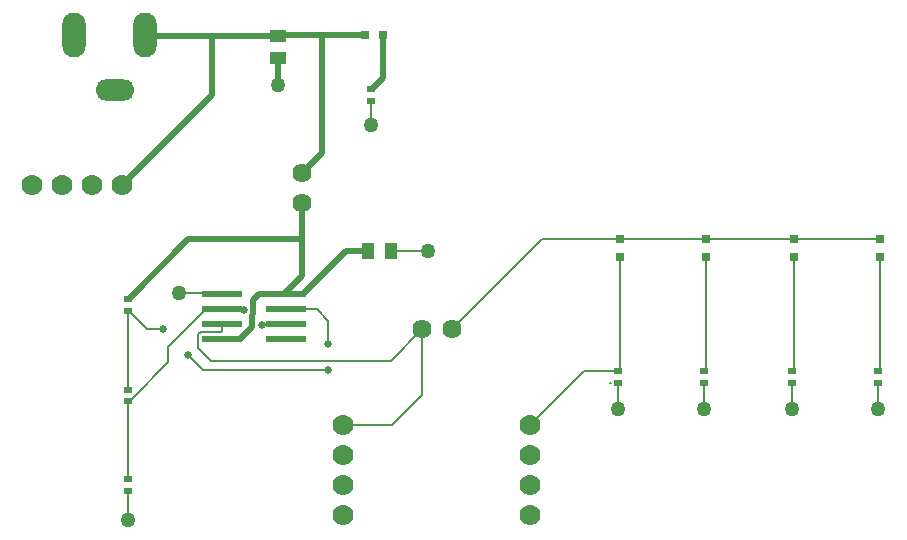
<source format=gtl>
G04*
G04 #@! TF.GenerationSoftware,Altium Limited,Altium Designer,21.6.4 (81)*
G04*
G04 Layer_Physical_Order=1*
G04 Layer_Color=255*
%FSLAX25Y25*%
%MOIN*%
G70*
G04*
G04 #@! TF.SameCoordinates,4B2C5215-2B2B-4538-B039-7DC0A2B5EA6E*
G04*
G04*
G04 #@! TF.FilePolarity,Positive*
G04*
G01*
G75*
%ADD11C,0.02000*%
%ADD17C,0.00600*%
%ADD19R,0.13386X0.02362*%
%ADD20R,0.02756X0.02362*%
%ADD21R,0.03150X0.03150*%
%ADD22R,0.03150X0.03150*%
%ADD23R,0.03937X0.05709*%
%ADD24R,0.05709X0.03937*%
%ADD35C,0.07000*%
%ADD36C,0.06378*%
%ADD37O,0.07874X0.14961*%
%ADD38O,0.12992X0.07087*%
%ADD39C,0.05000*%
%ADD40C,0.02500*%
D11*
X118524Y170965D02*
X132917D01*
X126642Y99094D02*
X134060D01*
X106224Y85000D02*
X106630Y84595D01*
X106224Y85000D02*
X112000Y90776D01*
X106630Y84595D02*
X112142D01*
X126642Y99094D01*
X112000Y90776D02*
Y102935D01*
Y115094D01*
X104130Y170965D02*
X118524D01*
X81941Y151035D02*
Y170835D01*
X104000D01*
X112000Y125094D02*
X118524Y131618D01*
Y170965D01*
X52000Y121095D02*
X81941Y151035D01*
X74100Y102935D02*
X112000D01*
X85551Y69776D02*
X91254D01*
X85370Y69595D02*
X85551Y69776D01*
X97594Y84595D02*
X106630D01*
X95750Y82750D02*
X97594Y84595D01*
X91254Y69776D02*
X95250Y73772D01*
Y77654D02*
X95750Y78154D01*
X95250Y73772D02*
Y77654D01*
X95750Y78154D02*
Y82750D01*
X54000Y83031D02*
X54197D01*
X74100Y102935D01*
X135197Y153094D02*
X138953Y156850D01*
X59882Y170835D02*
X81941D01*
X138953Y156850D02*
Y171095D01*
X132917Y170965D02*
X133047Y171095D01*
X135000Y153094D02*
X135197D01*
X104000Y170835D02*
X104130Y170965D01*
X104000Y154500D02*
Y163354D01*
X59622Y171095D02*
X59882Y170835D01*
D17*
X304000Y54632D02*
X304400Y55032D01*
X304000Y46500D02*
Y54632D01*
X304500Y59569D02*
Y97000D01*
X303900Y58969D02*
X304500Y59569D01*
X304453Y102953D02*
X304500Y102905D01*
X141540Y99094D02*
X141635Y99000D01*
X154000D01*
X116905Y79594D02*
X120752Y75748D01*
X106630Y79594D02*
X116905D01*
X120752Y68252D02*
Y75748D01*
X74000Y64500D02*
X79000Y59500D01*
X141500Y62500D02*
X152000Y73000D01*
X77377Y66623D02*
X81500Y62500D01*
X77377Y66623D02*
Y71314D01*
X81500Y62500D02*
X141500D01*
X73637Y64136D02*
X74000Y64500D01*
X79000Y59500D02*
X120500D01*
Y68000D02*
X120752Y68252D01*
X98594Y74594D02*
X106630D01*
X84932Y72076D02*
X85370Y72513D01*
Y74594D01*
X98500Y74500D02*
X98594Y74594D01*
X85370Y79594D02*
X92405D01*
X92500Y79500D01*
X54000Y23063D02*
Y48910D01*
Y52847D02*
Y79094D01*
Y48910D02*
X54881Y49791D01*
X55342D01*
X67447Y61897D01*
X78139Y72076D02*
X84932D01*
X77377Y71314D02*
X78139Y72076D01*
X67447Y61897D02*
Y67183D01*
X125500Y41000D02*
X141905D01*
X152000Y51095D01*
X54000Y79094D02*
X54197D01*
X84965Y85000D02*
X85370Y84595D01*
X71000Y85000D02*
X84965D01*
X79858Y79594D02*
X85370D01*
X54197Y79094D02*
X60291Y73000D01*
X67447Y67183D02*
X79858Y79594D01*
X60291Y73000D02*
X65500D01*
X54000Y9500D02*
Y19126D01*
X245900Y46400D02*
Y54931D01*
X217300Y46400D02*
Y54931D01*
X275400Y46400D02*
Y55032D01*
X135000Y141000D02*
Y149158D01*
X245900Y96447D02*
X246500Y97047D01*
Y59569D02*
Y97047D01*
X276000Y59569D02*
Y97047D01*
X191905Y102905D02*
X218000D01*
X162000Y73000D02*
X191905Y102905D01*
X152000Y51095D02*
Y73000D01*
X276000Y102953D02*
X304453D01*
X205874Y58969D02*
X217400D01*
X188000Y41094D02*
X205874Y58969D01*
X218000Y102905D02*
X246453D01*
X246500Y102953D01*
X276000D01*
X245900Y54931D02*
X246000Y55032D01*
X275400Y58969D02*
X276000Y59569D01*
X245900Y58969D02*
X246500Y59569D01*
X217400Y58969D02*
X218000Y59569D01*
X214700Y54931D02*
X214800Y55032D01*
X218000Y59569D02*
Y97000D01*
D19*
X85370Y84595D02*
D03*
Y79594D02*
D03*
Y74594D02*
D03*
Y69595D02*
D03*
X106630D02*
D03*
Y74594D02*
D03*
Y79594D02*
D03*
Y84595D02*
D03*
D20*
X54000Y48910D02*
D03*
Y52847D02*
D03*
X303900Y55032D02*
D03*
Y58969D02*
D03*
X275400Y55032D02*
D03*
Y58969D02*
D03*
X245900Y55032D02*
D03*
Y58969D02*
D03*
X217400Y55032D02*
D03*
Y58969D02*
D03*
X54000Y79094D02*
D03*
Y83031D02*
D03*
X135000Y149158D02*
D03*
Y153094D02*
D03*
X54000Y19126D02*
D03*
Y23063D02*
D03*
D21*
X304500Y97000D02*
D03*
Y102905D02*
D03*
X276000Y97047D02*
D03*
Y102953D02*
D03*
X246500Y97047D02*
D03*
Y102953D02*
D03*
X218000Y97000D02*
D03*
Y102905D02*
D03*
D22*
X138953Y171095D02*
D03*
X133047D02*
D03*
D23*
X134060Y99094D02*
D03*
X141540D02*
D03*
D24*
X104000Y163354D02*
D03*
Y170835D02*
D03*
D35*
X188000Y31095D02*
D03*
Y41094D02*
D03*
Y11095D02*
D03*
Y21094D02*
D03*
X125500Y31000D02*
D03*
Y41000D02*
D03*
Y11000D02*
D03*
Y21000D02*
D03*
X42000Y121095D02*
D03*
X52000D02*
D03*
X22000D02*
D03*
X32000D02*
D03*
D36*
X152000Y73000D02*
D03*
X162000D02*
D03*
X112000Y125094D02*
D03*
Y115094D02*
D03*
D37*
X59622Y171095D02*
D03*
X36000D02*
D03*
D38*
X49779Y152787D02*
D03*
D39*
X245900Y46400D02*
D03*
X275400D02*
D03*
X71000Y85000D02*
D03*
X217300Y46400D02*
D03*
X104000Y154500D02*
D03*
X135000Y141000D02*
D03*
X304000Y46500D02*
D03*
X54000Y9500D02*
D03*
X154000Y99000D02*
D03*
D40*
X92500Y79500D02*
D03*
X120500Y59500D02*
D03*
X74000Y64500D02*
D03*
X65500Y73000D02*
D03*
X98500Y74500D02*
D03*
X120500Y68000D02*
D03*
M02*

</source>
